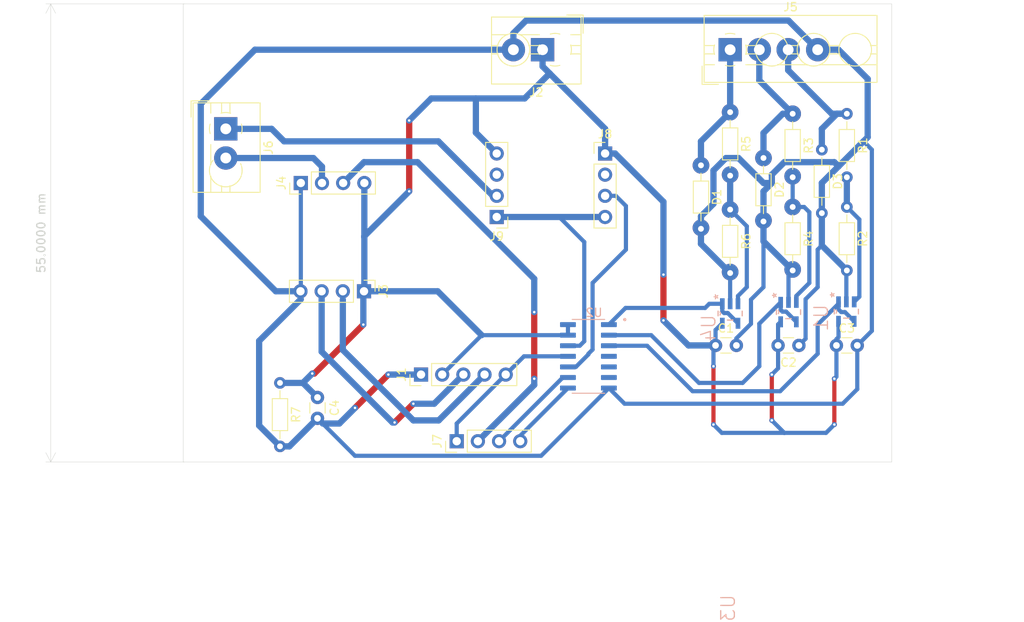
<source format=kicad_pcb>
(kicad_pcb (version 20240108) (generator "pcbnew") (generator_version "8.0")
  (layers (0 "F.Cu" signal) (31 "B.Cu" signal) (34 "B.Paste" user) (35 "F.Paste" user) (36 "B.SilkS" user "B.Silkscreen") (37 "F.SilkS" user "F.Silkscreen") (38 "B.Mask" user) (39 "F.Mask" user) (44 "Edge.Cuts" user))
  (net 0 "")
  (net 1 "Net-(D1-K)")
  (net 2 "Net-(D2-K)")
  (net 3 "GND")
  (net 4 "Net-(D3-K)")
  (net 5 "+3V3")
  (net 6 "Net-(J4-Pin_2)")
  (net 7 "Net-(J1-Pin_5)")
  (net 8 "Net-(J1-Pin_3)")
  (net 9 "Net-(J1-Pin_4)")
  (net 10 "Net-(J6-Pin_1)")
  (net 11 "Net-(U1-+IN)")
  (net 12 "Net-(U3-+IN)")
  (net 13 "Net-(U4-+IN)")
  (net 14 "Net-(J7-Pin_3)")
  (net 15 "Net-(U2-CH1)")
  (net 18 "Net-(U1--IN)")
  (net 20 "Net-(J7-Pin_4)")
  (net 21 "Net-(J8-Pin_3)")
  (net 22 "Net-(J4-Pin_3)")
  (net 25 "Net-(U2-CH0)")
  (footprint "Resistor_THT:R_Axial_DIN0204_L3.6mm_D1.6mm_P7.62mm_Horizontal" (layer "F.Cu") (at 163.5 58.69 -90)
    (property "Reference" "R1" (at 3.81 -1.92 90) (layer "F.SilkS"))
    (property "Value" "R")
    (pad "1" thru_hole circle (at 0 0 270) (size 1.4 1.4) (drill 0.7) (layers "*.Cu" "*.Mask") (net 4 "Net-(D3-K)"))
    (pad "2" thru_hole oval (at 7.62 0 270) (size 1.4 1.4) (drill 0.7) (layers "*.Cu" "*.Mask") (net 11 "Net-(U1-+IN)"))
  )
  (footprint "Capacitor_THT:C_Disc_D3.0mm_W1.6mm_P2.50mm" (layer "F.Cu") (at 100 92.75 -90)
    (property "Reference" "C4" (at 1.25 -2.05 90) (layer "F.SilkS"))
    (property "Value" "C")
    (pad "1" thru_hole circle (at 0 0 270) (size 1.6 1.6) (drill 0.8) (layers "*.Cu" "*.Mask") (net 5 "+3V3"))
    (pad "2" thru_hole circle (at 2.5 0 270) (size 1.6 1.6) (drill 0.8) (layers "*.Cu" "*.Mask") (net 3 "GND"))
  )
  (footprint "Connector_PinHeader_2.54mm:PinHeader_1x04_P2.54mm_Vertical" (layer "F.Cu") (at 116.7 98 90)
    (property "Reference" "J7" (at 0 -2.33 90) (layer "F.SilkS"))
    (property "Value" "Conn_01x04_MountingPin" (hide yes))
    (pad "1" thru_hole rect (at 0 0 90) (size 1.7 1.7) (drill 1) (layers "*.Cu" "*.Mask") (net 7 "Net-(J1-Pin_5)"))
    (pad "2" thru_hole oval (at 0 2.54 90) (size 1.7 1.7) (drill 1) (layers "*.Cu" "*.Mask") (net 22 "Net-(J4-Pin_3)"))
    (pad "3" thru_hole oval (at 0 5.08 90) (size 1.7 1.7) (drill 1) (layers "*.Cu" "*.Mask") (net 14 "Net-(J7-Pin_3)"))
    (pad "4" thru_hole oval (at 0 7.62 90) (size 1.7 1.7) (drill 1) (layers "*.Cu" "*.Mask") (net 20 "Net-(J7-Pin_4)"))
  )
  (footprint "Resistor_THT:R_Axial_DIN0204_L3.6mm_D1.6mm_P7.62mm_Horizontal" (layer "F.Cu") (at 157 58.69 -90)
    (property "Reference" "R3" (at 3.81 -1.92 90) (layer "F.SilkS"))
    (property "Value" "R")
    (pad "1" thru_hole circle (at 0 0 270) (size 2 2) (drill 0.7) (layers "*.Cu" "*.Mask") (net 2 "Net-(D2-K)"))
    (pad "2" thru_hole oval (at 7.62 0 270) (size 2 2) (drill 0.7 (offset -0.12 0)) (layers "*.Cu" "*.Mask") (net 12 "Net-(U3-+IN)"))
  )
  (footprint "TerminalBlock:TerminalBlock_MaiXu_MX126-5.0-04P_1x04_P5.00mm" (layer "F.Cu") (at 149.5 51)
    (property "Reference" "J5" (at 7.25 -5.12 0) (layer "F.SilkS"))
    (property "Value" "Conn_01x04_MountingPin")
    (pad "1" thru_hole rect (at 0 0) (size 2.8 2.8) (drill 1.3) (layers "*.Cu" "*.Mask") (net 1 "Net-(D1-K)"))
    (pad "2" thru_hole circle (at 3.5 0) (size 2.8 2.8) (drill 1.3) (layers "*.Cu" "*.Mask") (net 2 "Net-(D2-K)"))
    (pad "3" thru_hole circle (at 6.960805 -0.000052) (size 2.8 2.8) (drill 1.3) (layers "*.Cu" "*.Mask") (net 4 "Net-(D3-K)"))
    (pad "4" thru_hole circle (at 10.5 0) (size 2.8 2.8) (drill 1.3) (layers "*.Cu" "*.Mask") (net 3 "GND"))
  )
  (footprint "Resistor_THT:R_Axial_DIN0204_L3.6mm_D1.6mm_P7.62mm_Horizontal" (layer "F.Cu") (at 160.5 63 -90)
    (property "Reference" "D3" (at 3.81 -1.92 90) (layer "F.SilkS"))
    (property "Value" "D")
    (pad "1" thru_hole circle (at 0 0 270) (size 1.4 1.4) (drill 0.7) (layers "*.Cu" "*.Mask") (net 4 "Net-(D3-K)"))
    (pad "2" thru_hole oval (at 7.62 0 270) (size 1.4 1.4) (drill 0.7) (layers "*.Cu" "*.Mask") (net 3 "GND"))
  )
  (footprint "Resistor_THT:R_Axial_DIN0204_L3.6mm_D1.6mm_P7.62mm_Horizontal" (layer "F.Cu") (at 153.5 64 -90)
    (property "Reference" "D2" (at 3.81 -1.92 90) (layer "F.SilkS"))
    (property "Value" "D")
    (pad "1" thru_hole circle (at 0 0 270) (size 2 2) (drill 0.7) (layers "*.Cu" "*.Mask") (net 2 "Net-(D2-K)"))
    (pad "2" thru_hole oval (at 7.62 0 270) (size 2 2) (drill 0.7 (offset -0.12 0)) (layers "*.Cu" "*.Mask") (net 3 "GND"))
  )
  (footprint "Resistor_THT:R_Axial_DIN0204_L3.6mm_D1.6mm_P7.62mm_Horizontal" (layer "F.Cu") (at 157 69.88 -90)
    (property "Reference" "R4" (at 3.81 -1.92 90) (layer "F.SilkS"))
    (property "Value" "R")
    (pad "1" thru_hole circle (at 0 0 270) (size 2 2) (drill 0.7) (layers "*.Cu" "*.Mask") (net 12 "Net-(U3-+IN)"))
    (pad "2" thru_hole oval (at 7.62 0 270) (size 2 2) (drill 0.7 (offset -0.12 0)) (layers "*.Cu" "*.Mask") (net 3 "GND"))
  )
  (footprint "Connector_PinHeader_2.54mm:PinHeader_1x04_P2.54mm_Vertical" (layer "F.Cu") (at 105.58 80 -90)
    (property "Reference" "J3" (at 0 -2.33 90) (layer "F.SilkS"))
    (property "Value" "Conn_01x04_MountingPin")
    (pad "1" thru_hole rect (at 0 0 270) (size 1.7 1.7) (drill 1) (layers "*.Cu" "*.Mask") (net 5 "+3V3"))
    (pad "2" thru_hole oval (at 0 2.54 270) (size 1.7 1.7) (drill 1) (layers "*.Cu" "*.Mask") (net 9 "Net-(J1-Pin_4)"))
    (pad "3" thru_hole oval (at 0 5.08 270) (size 1.7 1.7) (drill 1) (layers "*.Cu" "*.Mask") (net 8 "Net-(J1-Pin_3)"))
    (pad "4" thru_hole oval (at 0 7.62 270) (size 1.7 1.7) (drill 1) (layers "*.Cu" "*.Mask") (net 3 "GND"))
  )
  (footprint "Resistor_THT:R_Axial_DIN0204_L3.6mm_D1.6mm_P7.62mm_Horizontal" (layer "F.Cu") (at 146 64.88 -90)
    (property "Reference" "D1" (at 3.81 -1.92 90) (layer "F.SilkS"))
    (property "Value" "D")
    (pad "1" thru_hole circle (at 0 0 270) (size 2 2) (drill 0.7) (layers "*.Cu" "*.Mask") (net 1 "Net-(D1-K)"))
    (pad "2" thru_hole oval (at 7.62 0 270) (size 2 2) (drill 0.7 (offset -0.12 0)) (layers "*.Cu" "*.Mask") (net 3 "GND"))
  )
  (footprint "TerminalBlock:TerminalBlock_MaiXu_MX126-5.0-02P_1x02_P5.00mm" (layer "F.Cu") (at 89 60.5 -90)
    (property "Reference" "J6" (at 2.25 -5.12 90) (layer "F.SilkS"))
    (property "Value" "Conn_01x02")
    (pad "1" thru_hole rect (at 0 0 270) (size 2.8 2.8) (drill 1.3) (layers "*.Cu" "*.Mask") (net 10 "Net-(J6-Pin_1)"))
    (pad "2" thru_hole circle (at 3.5 0 270) (size 2.8 2.8) (drill 1.3) (layers "*.Cu" "*.Mask") (net 6 "Net-(J4-Pin_2)"))
  )
  (footprint "Connector_PinHeader_2.54mm:PinHeader_1x04_P2.54mm_Vertical" (layer "F.Cu") (at 98 67 90)
    (property "Reference" "J4" (at 0 -2.33 90) (layer "F.SilkS"))
    (property "Value" "Conn_01x04_MountingPin" (hide yes))
    (pad "1" thru_hole rect (at 0 0 90) (size 1.7 1.7) (drill 1) (layers "*.Cu" "*.Mask") (net 3 "GND"))
    (pad "2" thru_hole oval (at 0 2.54 90) (size 1.7 1.7) (drill 1) (layers "*.Cu" "*.Mask") (net 6 "Net-(J4-Pin_2)"))
    (pad "3" thru_hole oval (at 0 5.08 90) (size 1.7 1.7) (drill 1) (layers "*.Cu" "*.Mask") (net 22 "Net-(J4-Pin_3)"))
    (pad "4" thru_hole oval (at 0 7.62 90) (size 1.7 1.7) (drill 1) (layers "*.Cu" "*.Mask") (net 5 "+3V3"))
  )
  (footprint "Connector_PinHeader_2.54mm:PinHeader_1x05_P2.54mm_Vertical" (layer "F.Cu") (at 112.42 90 90)
    (property "Reference" "J1" (at 0 -2.33 90) (layer "F.SilkS"))
    (property "Value" "Conn_01x05_MountingPin")
    (pad "1" thru_hole rect (at 0 0 90) (size 1.7 1.7) (drill 1) (layers "*.Cu" "*.Mask") (net 3 "GND"))
    (pad "2" thru_hole oval (at 0 2.54 90) (size 1.7 1.7) (drill 1) (layers "*.Cu" "*.Mask") (net 5 "+3V3"))
    (pad "3" thru_hole oval (at 0 5.08 90) (size 1.7 1.7) (drill 1) (layers "*.Cu" "*.Mask") (net 8 "Net-(J1-Pin_3)"))
    (pad "4" thru_hole oval (at 0 7.62 90) (size 1.7 1.7) (drill 1) (layers "*.Cu" "*.Mask") (net 9 "Net-(J1-Pin_4)"))
    (pad "5" thru_hole oval (at 0 10.16 90) (size 1.7 1.7) (drill 1) (layers "*.Cu" "*.Mask") (net 7 "Net-(J1-Pin_5)"))
  )
  (footprint "Capacitor_THT:C_Disc_D3.0mm_W1.6mm_P2.50mm" (layer "F.Cu") (at 162.25 86.5)
    (property "Reference" "C3" (at 1.25 -2.05 0) (layer "F.SilkS"))
    (property "Value" "C")
    (pad "1" thru_hole circle (at 0 0) (size 1.6 1.6) (drill 0.8) (layers "*.Cu" "*.Mask") (net 5 "+3V3"))
    (pad "2" thru_hole circle (at 2.5 0) (size 1.6 1.6) (drill 0.8) (layers "*.Cu" "*.Mask") (net 3 "GND"))
  )
  (footprint "Capacitor_THT:C_Disc_D3.0mm_W1.6mm_P2.50mm" (layer "F.Cu") (at 147.75 86.5)
    (property "Reference" "C1" (at 1.25 -2.05 0) (layer "F.SilkS"))
    (property "Value" "C")
    (pad "1" thru_hole circle (at 0 0) (size 1.6 1.6) (drill 0.8) (layers "*.Cu" "*.Mask") (net 5 "+3V3"))
    (pad "2" thru_hole circle (at 2.5 0) (size 1.6 1.6) (drill 0.8) (layers "*.Cu" "*.Mask") (net 3 "GND"))
  )
  (footprint "Capacitor_THT:C_Disc_D3.0mm_W1.6mm_P2.50mm" (layer "F.Cu") (at 157.75 86.5 180)
    (property "Reference" "C2" (at 1.25 -2.05 0) (layer "F.SilkS"))
    (property "Value" "C")
    (pad "1" thru_hole circle (at 0 0 180) (size 1.6 1.6) (drill 0.8) (layers "*.Cu" "*.Mask") (net 3 "GND"))
    (pad "2" thru_hole circle (at 2.5 0 180) (size 1.6 1.6) (drill 0.8) (layers "*.Cu" "*.Mask") (net 5 "+3V3"))
  )
  (footprint "Resistor_THT:R_Axial_DIN0204_L3.6mm_D1.6mm_P7.62mm_Horizontal" (layer "F.Cu") (at 149.5 58.5 -90)
    (property "Reference" "R5" (at 3.81 -1.92 90) (layer "F.SilkS"))
    (property "Value" "R")
    (pad "1" thru_hole circle (at 0 0 270) (size 2 2) (drill 0.7) (layers "*.Cu" "*.Mask") (net 1 "Net-(D1-K)"))
    (pad "2" thru_hole oval (at 7.62 0 270) (size 2 2) (drill 0.7 (offset -0.12 0)) (layers "*.Cu" "*.Mask") (net 13 "Net-(U4-+IN)"))
  )
  (footprint "Resistor_THT:R_Axial_DIN0204_L3.6mm_D1.6mm_P7.62mm_Horizontal" (layer "F.Cu") (at 149.5 70.19 -90)
    (property "Reference" "R6" (at 3.81 -1.92 90) (layer "F.SilkS"))
    (property "Value" "R")
    (pad "1" thru_hole circle (at 0 0 270) (size 2 2) (drill 0.7) (layers "*.Cu" "*.Mask") (net 13 "Net-(U4-+IN)"))
    (pad "2" thru_hole oval (at 7.62 0 270) (size 2 2) (drill 0.7 (offset -0.12 0)) (layers "*.Cu" "*.Mask") (net 3 "GND"))
  )
  (footprint "Resistor_THT:R_Axial_DIN0204_L3.6mm_D1.6mm_P7.62mm_Horizontal" (layer "F.Cu") (at 95.5 91 -90)
    (property "Reference" "R7" (at 3.81 -1.92 90) (layer "F.SilkS"))
    (property "Value" "R")
    (pad "1" thru_hole circle (at 0 0 270) (size 1.4 1.4) (drill 0.7) (layers "*.Cu" "*.Mask") (net 5 "+3V3"))
    (pad "2" thru_hole oval (at 7.62 0 270) (size 1.4 1.4) (drill 0.7) (layers "*.Cu" "*.Mask") (net 3 "GND"))
  )
  (footprint "Connector_PinHeader_2.54mm:PinHeader_1x04_P2.54mm_Vertical" (layer "F.Cu") (at 134.5 63.46)
    (property "Reference" "J8" (at 0 -2.33 0) (layer "F.SilkS"))
    (property "Value" "Conn_01x04_MountingPin")
    (pad "1" thru_hole rect (at 0 0) (size 1.7 1.7) (drill 1) (layers "*.Cu" "*.Mask") (net 5 "+3V3"))
    (pad "2" thru_hole oval (at 0 2.54) (size 1.7 1.7) (drill 1) (layers "*.Cu" "*.Mask"))
    (pad "3" thru_hole oval (at 0 5.08) (size 1.7 1.7) (drill 1) (layers "*.Cu" "*.Mask") (net 21 "Net-(J8-Pin_3)"))
    (pad "4" thru_hole oval (at 0 7.62) (size 1.7 1.7) (drill 1) (layers "*.Cu" "*.Mask") (net 3 "GND"))
  )
  (footprint "Connector_PinHeader_2.54mm:PinHeader_1x04_P2.54mm_Vertical" (layer "F.Cu") (at 121.5 71.08 180)
    (property "Reference" "J9" (at 0 -2.33 0) (layer "F.SilkS"))
    (property "Value" "Conn_01x04_MountingPin")
    (pad "1" thru_hole rect (at 0 0 180) (size 1.7 1.7) (drill 1) (layers "*.Cu" "*.Mask") (net 3 "GND"))
    (pad "2" thru_hole oval (at 0 2.54 180) (size 1.7 1.7) (drill 1) (layers "*.Cu" "*.Mask") (net 10 "Net-(J6-Pin_1)"))
    (pad "3" thru_hole oval (at 0 5.08 180) (size 1.7 1.7) (drill 1) (layers "*.Cu" "*.Mask"))
    (pad "4" thru_hole oval (at 0 7.62 180) (size 1.7 1.7) (drill 1) (layers "*.Cu" "*.Mask") (net 5 "+3V3"))
  )
  (footprint "Resistor_THT:R_Axial_DIN0204_L3.6mm_D1.6mm_P7.62mm_Horizontal" (layer "F.Cu") (at 163.5 69.88 -90)
    (property "Reference" "R2" (at 3.81 -1.92 90) (layer "F.SilkS"))
    (property "Value" "R")
    (pad "1" thru_hole circle (at 0 0 270) (size 1.4 1.4) (drill 0.7) (layers "*.Cu" "*.Mask") (net 11 "Net-(U1-+IN)"))
    (pad "2" thru_hole oval (at 7.62 0 270) (size 1.4 1.4) (drill 0.7) (layers "*.Cu" "*.Mask") (net 3 "GND"))
  )
  (footprint "TerminalBlock:TerminalBlock_MaiXu_MX126-5.0-02P_1x02_P5.00mm" (layer "F.Cu") (at 128.5 51 180)
    (property "Reference" "J2" (at 2.25 -5.12 0) (layer "F.SilkS"))
    (property "Value" "Conn_01x02")
    (pad "1" thru_hole rect (at 1.5 0 180) (size 2.8 2.8) (drill 1.3) (layers "*.Cu" "*.Mask") (net 5 "+3V3"))
    (pad "2" thru_hole circle (at 5 0 180) (size 2.8 2.8) (drill 1.3) (layers "*.Cu" "*.Mask") (net 3 "GND"))
  )
  (footprint "Library:AD3603" (layer "B.Cu") (at 149.5 82.6684 -90)
    (property "Reference" "U4" (at 1.7526 2.5814 90) (layer "B.SilkS") (effects (font (size 1.64 1.64)) (justify mirror)))
    (property "Value" "AD8603AUJZ-R2")
    (fp_text user "*" (at -2.0066 1.3716 90) (layer "B.SilkS") (effects (justify mirror)))
    (pad "1" smd rect (at -1.1684 0.9398 270) (size 1.3208 0.5588) (layers "B.Cu" "B.Paste" "B.Mask") (net 25 "Net-(U2-CH0)"))
    (pad "2" smd rect (at -1.1684 0 270) (size 1.3208 0.5588) (layers "B.Cu" "B.Paste" "B.Mask") (net 3 "GND"))
    (pad "3" smd rect (at -1.1684 -0.9398 270) (size 1.3208 0.5588) (layers "B.Cu" "B.Paste" "B.Mask") (net 13 "Net-(U4-+IN)"))
    (pad "4" smd rect (at 1.1684 -0.9398 270) (size 1.3208 0.5588) (layers "B.Cu" "B.Paste" "B.Mask") (net 25 "Net-(U2-CH0)"))
    (pad "5" smd rect (at 1.1684 0.9398 270) (size 1.3208 0.5588) (layers "B.Cu" "B.Paste" "B.Mask") (net 5 "+3V3"))
  )
  (footprint "Library:MCP3004 ISL" (layer "B.Cu") (at 132.5 87.81 180)
    (property "Reference" "U2" (at -0.675 5.242 0) (layer "B.SilkS") (effects (justify mirror)))
    (property "Value" "MCP3004-I_P")
    (pad "1" smd roundrect (at -2.455 3.81 180) (size 1.9 0.6) (layers "B.Cu" "B.Paste" "B.Mask") (roundrect_rratio 0.125) (net 25 "Net-(U2-CH0)"))
    (pad "2" smd roundrect (at -2.455 2.54 180) (size 1.9 0.6) (layers "B.Cu" "B.Paste" "B.Mask") (roundrect_rratio 0.125) (net 15 "Net-(U2-CH1)"))
    (pad "3" smd roundrect (at -2.455 1.27 180) (size 1.9 0.6) (layers "B.Cu" "B.Paste" "B.Mask") (roundrect_rratio 0.125) (net 18 "Net-(U1--IN)"))
    (pad "4" smd roundrect (at -2.455 0 180) (size 1.9 0.6) (layers "B.Cu" "B.Paste" "B.Mask") (roundrect_rratio 0.125))
    (pad "5" smd roundrect (at -2.455 -1.27 180) (size 1.9 0.6) (layers "B.Cu" "B.Paste" "B.Mask") (roundrect_rratio 0.125))
    (pad "6" smd roundrect (at -2.455 -2.54 180) (size 1.9 0.6) (layers "B.Cu" "B.Paste" "B.Mask") (roundrect_rratio 0.125))
    (pad "7" smd roundrect (at -2.455 -3.81 180) (size 1.9 0.6) (layers "B.Cu" "B.Paste" "B.Mask") (roundrect_rratio 0.125) (net 3 "GND"))
    (pad "8" smd roundrect (at 2.455 -3.81 180) (size 1.9 0.6) (layers "B.Cu" "B.Paste" "B.Mask") (roundrect_rratio 0.125) (net 20 "Net-(J7-Pin_4)"))
    (pad "9" smd roundrect (at 2.455 -2.54 180) (size 1.9 0.6) (layers "B.Cu" "B.Paste" "B.Mask") (roundrect_rratio 0.125) (net 14 "Net-(J7-Pin_3)"))
    (pad "10" smd roundrect (at 2.455 -1.27 180) (size 1.9 0.6) (layers "B.Cu" "B.Paste" "B.Mask") (roundrect_rratio 0.125) (net 21 "Net-(J8-Pin_3)"))
    (pad "11" smd roundrect (at 2.455 0 180) (size 1.9 0.6) (layers "B.Cu" "B.Paste" "B.Mask") (roundrect_rratio 0.125) (net 7 "Net-(J1-Pin_5)"))
    (pad "12" smd roundrect (at 2.455 1.27 180) (size 1.9 0.6) (layers "B.Cu" "B.Paste" "B.Mask") (roundrect_rratio 0.125) (net 3 "GND"))
    (pad "13" smd roundrect (at 2.455 2.54 180) (size 1.9 0.6) (layers "B.Cu" "B.Paste" "B.Mask") (roundrect_rratio 0.125) (net 5 "+3V3"))
    (pad "14" smd roundrect (at 2.455 3.81 180) (size 1.9 0.6) (layers "B.Cu" "B.Paste" "B.Mask") (roundrect_rratio 0.125) (net 5 "+3V3"))
  )
  (footprint "Library:AD3603" (layer "B.Cu") (at 156.5 82.5 -90)
    (property "Reference" "U3" (at 35.5252 7.2436 90) (layer "B.SilkS") (effects (font (size 1.64 1.64)) (justify mirror)))
    (property "Value" "AD8603AUJZ-R2")
    (fp_text user "*" (at -2.0066 1.3716 90) (layer "B.SilkS") (effects (justify mirror)))
    (pad "1" smd rect (at -1.1684 0.9398 270) (size 1.3208 0.5588) (layers "B.Cu" "B.Paste" "B.Mask") (net 15 "Net-(U2-CH1)"))
    (pad "2" smd rect (at -1.1684 0 270) (size 1.3208 0.5588) (layers "B.Cu" "B.Paste" "B.Mask") (net 3 "GND"))
    (pad "3" smd rect (at -1.1684 -0.9398 270) (size 1.3208 0.5588) (layers "B.Cu" "B.Paste" "B.Mask") (net 12 "Net-(U3-+IN)"))
    (pad "4" smd rect (at 1.1684 -0.9398 270) (size 1.3208 0.5588) (layers "B.Cu" "B.Paste" "B.Mask") (net 15 "Net-(U2-CH1)"))
    (pad "5" smd rect (at 1.1684 0.9398 270) (size 1.3208 0.5588) (layers "B.Cu" "B.Paste" "B.Mask") (net 5 "+3V3"))
  )
  (footprint "Library:AD3603" (layer "B.Cu") (at 163.4398 82.4398 -90)
    (property "Reference" "U1" (at 0.7526 3.0212 90) (layer "B.SilkS") (effects (font (size 1.64 1.64)) (justify mirror)))
    (property "Value" "AD8603AUJZ-R2")
    (fp_text user "*" (at -2.0066 1.3716 90) (layer "B.SilkS") (effects (justify mirror)))
    (pad "1" smd rect (at -1.1684 0.9398 270) (size 1.3208 0.5588) (layers "B.Cu" "B.Paste" "B.Mask") (net 18 "Net-(U1--IN)"))
    (pad "2" smd rect (at -1.1684 0 270) (size 1.3208 0.5588) (layers "B.Cu" "B.Paste" "B.Mask") (net 3 "GND"))
    (pad "3" smd rect (at -1.1684 -0.9398 270) (size 1.3208 0.5588) (layers "B.Cu" "B.Paste" "B.Mask") (net 11 "Net-(U1-+IN)"))
    (pad "4" smd rect (at 1.1684 -0.9398 270) (size 1.3208 0.5588) (layers "B.Cu" "B.Paste" "B.Mask") (net 18 "Net-(U1--IN)"))
    (pad "5" smd rect (at 1.1684 0.9398 270) (size 1.3208 0.5588) (layers "B.Cu" "B.Paste" "B.Mask") (net 5 "+3V3"))
  )
  (gr_rect (start 83.89 45.5) (end 168.89 100.5) (stroke (width 0.05)) (fill none) (layer "Edge.Cuts"))
  (dimension (type aligned) (layer "Edge.Cuts") (pts (xy 84.5 100.5) (xy 84.5 45.5)) (height -16.5) (gr_text "55,0000 mm" (at 66.85 73 90) (layer "Edge.Cuts") (effects (font (size 1 1) (thickness 0.15)))) (format (prefix "") (suffix "") (units 3) (units_format 1) (precision 4)) (style (thickness 0.05) (arrow_length 1.27) (text_position_mode 0) (extension_height 0.58642) (extension_offset 0.5) keep_text_aligned))
  (segment (start 149.5 58.5) (end 146 62) (width 0.75) (layer "B.Cu") (net 1))
  (segment (start 146 62) (end 146 64.88) (width 0.75) (layer "B.Cu") (net 1))
  (segment (start 149.5 51) (end 149.5 58.5) (width 0.75) (layer "B.Cu") (net 1))
  (segment (start 153 54.69) (end 157 58.69) (width 0.75) (layer "B.Cu") (net 2))
  (segment (start 153 51) (end 153 54.69) (width 0.75) (layer "B.Cu") (net 2))
  (segment (start 153.5 61) (end 153.5 64) (width 0.75) (layer "B.Cu") (net 2))
  (segment (start 155.81 58.69) (end 153.5 61) (width 0.75) (layer "B.Cu") (net 2))
  (segment (start 157 58.69) (end 155.81 58.69) (width 0.75) (layer "B.Cu") (net 2))
  (segment (start 108.5 90) (end 104.5 94) (width 0.75) (layer "F.Cu") (net 3))
  (via (at 108.5 90) (size 0.6) (drill 0.3) (layers "F.Cu" "B.Cu") (net 3))
  (via (at 104.5 94) (size 0.6) (drill 0.3) (layers "F.Cu" "B.Cu") (net 3))
  (segment (start 97.96 80) (end 97.96 79.54) (width 0.5) (layer "B.Cu") (net 3))
  (segment (start 104.5 99.75) (end 100.625 95.875) (width 0.5) (layer "B.Cu") (net 3))
  (segment (start 160 79.5) (end 160 75) (width 0.5) (layer "B.Cu") (net 3))
  (segment (start 154.503439 67.003439) (end 154.503439 65.996561) (width 0.75) (layer "B.Cu") (net 3))
  (segment (start 152 83.901851) (end 152 81) (width 0.5) (layer "B.Cu") (net 3))
  (segment (start 126.825 99.75) (end 104.5 99.75) (width 0.5) (layer "B.Cu") (net 3))
  (segment (start 162.5 65) (end 160.5 67) (width 0.75) (layer "B.Cu") (net 3))
  (segment (start 153.5 68.006877) (end 154.503439 67.003439) (width 0.75) (layer "B.Cu") (net 3))
  (segment (start 164.75 91.75) (end 164.75 86.5) (width 0.5) (layer "B.Cu") (net 3))
  (segment (start 147.5 65.5) (end 149 64) (width 0.75) (layer "B.Cu") (net 3))
  (segment (start 130.045 86.54) (end 131.46 86.54) (width 0.5) (layer "B.Cu") (net 3))
  (segment (start 163.4398 81.2714) (end 163.4398 77.5602) (width 0.5) (layer "B.Cu") (net 3))
  (segment (start 98 79.96) (end 97.96 80) (width 0.5) (layer "B.Cu") (net 3))
  (segment (start 132 74.08) (end 129 71.08) (width 0.5) (layer "B.Cu") (net 3))
  (segment (start 156.5 81.3316) (end 156.5 78) (width 0.5) (layer "B.Cu") (net 3))
  (segment (start 131.46 86.54) (end 132 86) (width 0.5) (layer "B.Cu") (net 3))
  (segment (start 158.549999 80.950001) (end 160 79.5) (width 0.5) (layer "B.Cu") (net 3))
  (segment (start 136.835 93.5) (end 163 93.5) (width 0.5) (layer "B.Cu") (net 3))
  (segment (start 134.955 91.62) (end 126.825 99.75) (width 0.5) (layer "B.Cu") (net 3))
  (segment (start 92.5 51) (end 86 57.5) (width 0.75) (layer "B.Cu") (net 3))
  (segment (start 163.4398 77.5602) (end 163.5 77.5) (width 0.5) (layer "B.Cu") (net 3))
  (segment (start 160.5 67) (end 160.5 70.62) (width 0.75) (layer "B.Cu") (net 3))
  (segment (start 162 64.5) (end 162.5 65) (width 0.75) (layer "B.Cu") (net 3))
  (segment (start 104.5 94) (end 102.625 95.875) (width 0.75) (layer "B.Cu") (net 3))
  (segment (start 123.5 49.020102) (end 125.020102 47.5) (width 0.75) (layer "B.Cu") (net 3))
  (segment (start 160.5 70.62) (end 160.5 74.5) (width 0.75) (layer "B.Cu") (net 3))
  (segment (start 153.503439 67.003439) (end 154.503439 67.003439) (width 0.75) (layer "B.Cu") (net 3))
  (segment (start 150.5 64) (end 153.503439 67.003439) (width 0.75) (layer "B.Cu") (net 3))
  (segment (start 160 51) (end 156.5 47.5) (width 0.75) (layer "B.Cu") (net 3))
  (segment (start 153.5 79.5) (end 153.5 74) (width 0.5) (layer "B.Cu") (net 3))
  (segment (start 86 57.5) (end 86 71) (width 0.75) (layer "B.Cu") (net 3))
  (segment (start 97.96 79.54) (end 98 79.5) (width 0.5) (layer "B.Cu") (net 3))
  (segment (start 150.25 86.5) (end 150.25 85.651851) (width 0.5) (layer "B.Cu") (net 3))
  (segment (start 165.5 62) (end 162.5 65) (width 0.75) (layer "B.Cu") (net 3))
  (segment (start 147.5 69.5) (end 147.5 65.5) (width 0.75) (layer "B.Cu") (net 3))
  (segment (start 98 80.96) (end 97.96 81) (width 0.75) (layer "B.Cu") (net 3))
  (segment (start 146 71) (end 147.5 69.5) (width 0.75) (layer "B.Cu") (net 3))
  (segment (start 156.5 78) (end 157 77.5) (width 0.5) (layer "B.Cu") (net 3))
  (segment (start 86 71) (end 95 80) (width 0.75) (layer "B.Cu") (net 3))
  (segment (start 95 80) (end 97.96 80) (width 0.75) (layer "B.Cu") (net 3))
  (segment (start 154.503439 65.996561) (end 156 64.5) (width 0.75) (layer "B.Cu") (net 3))
  (segment (start 146 72.5) (end 146 74.31) (width 0.75) (layer "B.Cu") (net 3))
  (segment (start 162.5 51) (end 166 54.5) (width 0.75) (layer "B.Cu") (net 3))
  (segment (start 160 75) (end 160.5 74.5) (width 0.5) (layer "B.Cu") (net 3))
  (segment (start 95.5 98.62) (end 96.63 98.62) (width 0.75) (layer "B.Cu") (net 3))
  (segment (start 96.63 98.62) (end 100 95.25) (width 0.75) (layer "B.Cu") (net 3))
  (segment (start 158.549999 85.700001) (end 158.549999 80.950001) (width 0.5) (layer "B.Cu") (net 3))
  (segment (start 160.5 74.5) (end 163.5 77.5) (width 0.75) (layer "B.Cu") (net 3))
  (segment (start 146 72.5) (end 146 71) (width 0.75) (layer "B.Cu") (net 3))
  (segment (start 153.5 74) (end 157 77.5) (width 0.75) (layer "B.Cu") (net 3))
  (segment (start 149.5 81.5) (end 149.5 77.81) (width 0.5) (layer "B.Cu") (net 3))
  (segment (start 166.5 63) (end 165.5 62) (width 0.5) (layer "B.Cu") (net 3))
  (segment (start 93 85.96) (end 93 96.12) (width 0.75) (layer "B.Cu") (net 3))
  (segment (start 150.25 85.651851) (end 152 83.901851) (width 0.5) (layer "B.Cu") (net 3))
  (segment (start 97.96 81) (end 93 85.96) (width 0.75) (layer "B.Cu") (net 3))
  (segment (start 97.96 80) (end 97.96 81) (width 0.5) (layer "B.Cu") (net 3))
  (segment (start 98 79.5) (end 98 67) (width 0.5) (layer "B.Cu") (net 3))
  (segment (start 123.5 51) (end 123.5 49.020102) (width 0.75) (layer "B.Cu") (net 3))
  (segment (start 100.625 95.875) (end 100 95.25) (width 0.5) (layer "B.Cu") (net 3))
  (segment (start 102.625 95.875) (end 100.625 95.875) (width 0.75) (layer "B.Cu") (net 3))
  (segment (start 153.5 71.62) (end 153.5 68.006877) (width 0.75) (layer "B.Cu") (net 3))
  (segment (start 146 74.31) (end 149.5 77.81) (width 0.75) (layer "B.Cu") (net 3))
  (segment (start 149 64) (end 150.5 64) (width 0.75) (layer "B.Cu") (net 3))
  (segment (start 134.955 91.62) (end 136.835 93.5) (width 0.5) (layer "B.Cu") (net 3))
  (segment (start 132 74.08) (end 132 86) (width 0.5) (layer "B.Cu") (net 3))
  (segment (start 121.5 71.08) (end 134.5 71.08) (width 0.75) (layer "B.Cu") (net 3))
  (segment (start 153.5 71.62) (end 153.5 74) (width 0.75) (layer "B.Cu") (net 3))
  (segment (start 166 61.5) (end 165.5 62) (width 0.75) (layer "B.Cu") (net 3))
  (segment (start 156 64.5) (end 162 64.5) (width 0.75) (layer "B.Cu") (net 3))
  (segment (start 123.5 51) (end 92.5 51) (width 0.75) (layer "B.Cu") (net 3))
  (segment (start 112.42 90) (end 108.5 90) (width 0.75) (layer "B.Cu") (net 3))
  (segment (start 97.96 67.04) (end 98 67) (width 0.5) (layer "B.Cu") (net 3))
  (segment (start 166.5 84.75) (end 166.5 63) (width 0.5) (layer "B.Cu") (net 3))
  (segment (start 156.5 47.5) (end 125.020102 47.5) (width 0.75) (layer "B.Cu") (net 3))
  (segment (start 152 81) (end 153.5 79.5) (width 0.5) (layer "B.Cu") (net 3))
  (segment (start 163 93.5) (end 164.75 91.75) (width 0.5) (layer "B.Cu") (net 3))
  (segment (start 164.75 86.5) (end 166.5 84.75) (width 0.5) (layer "B.Cu") (net 3))
  (segment (start 166 54.5) (end 166 61.5) (width 0.75) (layer "B.Cu") (net 3))
  (segment (start 157.75 86.5) (end 158.549999 85.700001) (width 0.5) (layer "B.Cu") (net 3))
  (segment (start 160 51) (end 162.5 51) (width 0.75) (layer "B.Cu") (net 3))
  (segment (start 93 96.12) (end 95.5 98.62) (width 0.75) (layer "B.Cu") (net 3))
  (segment (start 156.460805 50.999948) (end 156.460805 53.460805) (width 0.75) (layer "B.Cu") (net 4))
  (segment (start 156.460805 53.460805) (end 161.69 58.69) (width 0.75) (layer "B.Cu") (net 4))
  (segment (start 161.69 58.69) (end 163.5 58.69) (width 0.75) (layer "B.Cu") (net 4))
  (segment (start 162.31 58.69) (end 160.5 60.5) (width 0.75) (layer "B.Cu") (net 4))
  (segment (start 163.5 58.69) (end 162.31 58.69) (width 0.75) (layer "B.Cu") (net 4))
  (segment (start 160.5 60.5) (end 160.5 63) (width 0.75) (layer "B.Cu") (net 4))
  (segment (start 154.5 90) (end 154.5 95.5) (width 0.5) (layer "F.Cu") (net 5))
  (segment (start 141.5 78) (end 141.5 83.5) (width 0.75) (layer "F.Cu") (net 5))
  (segment (start 147.5 96) (end 147.5 89) (width 0.5) (layer "F.Cu") (net 5))
  (segment (start 99.375 89.875) (end 99.625 89.875) (width 0.75) (layer "F.Cu") (net 5))
  (segment (start 162 90.5) (end 162 96) (width 0.5) (layer "F.Cu") (net 5))
  (segment (start 99.625 89.875) (end 105.5 84) (width 0.75) (layer "F.Cu") (net 5))
  (segment (start 111 68) (end 111 59.5) (width 0.75) (layer "F.Cu") (net 5))
  (via (at 105.5 84) (size 0.6) (drill 0.3) (layers "F.Cu" "B.Cu") (net 5))
  (via (at 111 68) (size 0.6) (drill 0.3) (layers "F.Cu" "B.Cu") (net 5))
  (via (at 147.5 96) (size 0.6) (drill 0.3) (layers "F.Cu" "B.Cu") (net 5))
  (via (at 147.5 89) (size 0.6) (drill 0.3) (layers "F.Cu" "B.Cu") (net 5))
  (via (at 154.5 95.5) (size 0.6) (drill 0.3) (layers "F.Cu" "B.Cu") (net 5))
  (via (at 141.5 83.5) (size 0.6) (drill 0.3) (layers "F.Cu" "B.Cu") (net 5))
  (via (at 141.5 78) (size 0.6) (drill 0.3) (layers "F.Cu" "B.Cu") (net 5))
  (via (at 162 96) (size 0.6) (drill 0.3) (layers "F.Cu" "B.Cu") (net 5))
  (via (at 162 90.5) (size 0.6) (drill 0.3) (layers "F.Cu" "B.Cu") (net 5))
  (via (at 154.5 90) (size 0.6) (drill 0.3) (layers "F.Cu" "B.Cu") (net 5))
  (via (at 111 59.5) (size 0.6) (drill 0.3) (layers "F.Cu" "B.Cu") (net 5))
  (via (at 99.375 89.875) (size 0.6) (drill 0.3) (layers "F.Cu" "B.Cu") (net 5))
  (segment (start 105.62 73.5) (end 105.62 73.38) (width 0.75) (layer "B.Cu") (net 5))
  (segment (start 105.62 73.5) (end 105.62 79.96) (width 0.75) (layer "B.Cu") (net 5))
  (segment (start 114.42 80) (end 105.58 80) (width 0.75) (layer "B.Cu") (net 5))
  (segment (start 148.5 97) (end 156 97) (width 0.5) (layer "B.Cu") (net 5))
  (segment (start 155.25 83.9786) (end 155.5602 83.6684) (width 0.5) (layer "B.Cu") (net 5))
  (segment (start 134.5 60.5) (end 134.5 63.46) (width 0.75) (layer "B.Cu") (net 5))
  (segment (start 162.5 85.5) (end 162.25 85.75) (width 0.5) (layer "B.Cu") (net 5))
  (segment (start 162 90.5) (end 162.25 90.25) (width 0.5) (layer "B.Cu") (net 5))
  (segment (start 141.5 83.5) (end 144.5 86.5) (width 0.75) (layer "B.Cu") (net 5))
  (segment (start 147.5 96) (end 148.5 97) (width 0.5) (layer "B.Cu") (net 5))
  (segment (start 105.62 73.38) (end 111 68) (width 0.75) (layer "B.Cu") (net 5))
  (segment (start 105.62 67) (end 105.62 73.5) (width 0.75) (layer "B.Cu") (net 5))
  (segment (start 127.85 53.85) (end 134.5 60.5) (width 0.75) (layer "B.Cu") (net 5))
  (segment (start 156 97) (end 161 97) (width 0.5) (layer "B.Cu") (net 5))
  (segment (start 99.375 89.875) (end 98.25 91) (width 0.75) (layer "B.Cu") (net 5))
  (segment (start 105.5 80.08) (end 105.58 80) (width 0.75) (layer "B.Cu") (net 5))
  (segment (start 111 59.5) (end 113.65 56.85) (width 0.75) (layer "B.Cu") (net 5))
  (segment (start 162.25 90.25) (end 162.25 86.5) (width 0.5) (layer "B.Cu") (net 5))
  (segment (start 119 56.85) (end 119 60.96) (width 0.75) (layer "B.Cu") (net 5))
  (segment (start 141.5 69.26) (end 141.5 78) (width 0.75) (layer "B.Cu") (net 5))
  (segment (start 130.045 85.27) (end 130.045 84) (width 0.5) (layer "B.Cu") (net 5))
  (segment (start 113.65 56.85) (end 119 56.85) (width 0.75) (layer "B.Cu") (net 5))
  (segment (start 127 53) (end 127.85 53.85) (width 0.75) (layer "B.Cu") (net 5))
  (segment (start 147.5 89) (end 147.5 86.75) (width 0.5) (layer "B.Cu") (net 5))
  (segment (start 147.5 86.75) (end 147.75 86.5) (width 0.5) (layer "B.Cu") (net 5))
  (segment (start 144.5 86.5) (end 147.75 86.5) (width 0.75) (layer "B.Cu") (net 5))
  (segment (start 119.69 85.27) (end 114.42 80) (width 0.75) (layer "B.Cu") (net 5))
  (segment (start 95.5 91) (end 98.25 91) (width 0.75) (layer "B.Cu") (net 5))
  (segment (start 98.25 91) (end 100 92.75) (width 0.75) (layer "B.Cu") (net 5))
  (segment (start 161 97) (end 162 96) (width 0.5) (layer "B.Cu") (net 5))
  (segment (start 127 51) (end 127 53) (width 0.75) (layer "B.Cu") (net 5))
  (segment (start 119 56.85) (end 124.85 56.85) (width 0.75) (layer "B.Cu") (net 5))
  (segment (start 105.5 84) (end 105.5 80.08) (width 0.75) (layer "B.Cu") (net 5))
  (segment (start 114.96 90) (end 119.69 85.27) (width 0.5) (layer "B.Cu") (net 5))
  (segment (start 155.25 86.5) (end 155.25 89.25) (width 0.5) (layer "B.Cu") (net 5))
  (segment (start 119 60.96) (end 121.5 63.46) (width 0.75) (layer "B.Cu") (net 5))
  (segment (start 155.25 86.5) (end 155.25 83.9786) (width 0.5) (layer "B.Cu") (net 5))
  (segment (start 124.85 56.85) (end 127.85 53.85) (width 0.75) (layer "B.Cu") (net 5))
  (segment (start 154.5 95.5) (end 156 97) (width 0.5) (layer "B.Cu") (net 5))
  (segment (start 162.25 86.5) (end 162.25 85.75) (width 0.5) (layer "B.Cu") (net 5))
  (segment (start 105.62 79.96) (end 105.58 80) (width 0.75) (layer "B.Cu") (net 5))
  (segment (start 134.5 63.46) (end 135.7 63.46) (width 0.75) (layer "B.Cu") (net 5))
  (segment (start 162.5 85.5) (end 162.5 83.6082) (width 0.5) (layer "B.Cu") (net 5))
  (segment (start 119.69 85.27) (end 130.045 85.27) (width 0.5) (layer "B.Cu") (net 5))
  (segment (start 147.75 84.647) (end 148.5602 83.8368) (width 0.5) (layer "B.Cu") (net 5))
  (segment (start 135.7 63.46) (end 141.5 69.26) (width 0.75) (layer "B.Cu") (net 5))
  (segment (start 155.25 89.25) (end 154.5 90) (width 0.5) (layer "B.Cu") (net 5))
  (segment (start 147.75 86.5) (end 147.75 84.647) (width 0.5) (layer "B.Cu") (net 5))
  (segment (start 99.5 64) (end 89 64) (width 0.75) (layer "B.Cu") (net 6))
  (segment (start 100.54 65.04) (end 99.5 64) (width 0.75) (layer "B.Cu") (net 6))
  (segment (start 100.54 65.04) (end 100.54 67) (width 0.75) (layer "B.Cu") (net 6))
  (segment (start 122.58 90) (end 124.77 87.81) (width 0.5) (layer "B.Cu") (net 7))
  (segment (start 124.77 87.81) (end 130.045 87.81) (width 0.5) (layer "B.Cu") (net 7))
  (segment (start 116.7 95.88) (end 122.58 90) (width 0.5) (layer "B.Cu") (net 7))
  (segment (start 116.7 98) (end 116.7 95.88) (width 0.5) (layer "B.Cu") (net 7))
  (segment (start 111.5 93.5) (end 109.25 95.75) (width 0.75) (layer "F.Cu") (net 8))
  (via (at 111.5 93.5) (size 0.6) (drill 0.3) (layers "F.Cu" "B.Cu") (net 8))
  (via (at 109.25 95.75) (size 0.6) (drill 0.3) (layers "F.Cu" "B.Cu") (net 8))
  (segment (start 111.5 93.5) (end 114 93.5) (width 0.75) (layer "B.Cu") (net 8))
  (segment (start 100.5 87.25) (end 100.5 80) (width 0.75) (layer "B.Cu") (net 8))
  (segment (start 109.25 95.75) (end 109 95.75) (width 0.75) (layer "B.Cu") (net 8))
  (segment (start 114 93.5) (end 117.5 90) (width 0.75) (layer "B.Cu") (net 8))
  (segment (start 109 95.75) (end 100.5 87.25) (width 0.75) (layer "B.Cu") (net 8))
  (segment (start 120.04 90) (end 114.54 95.5) (width 0.75) (layer "B.Cu") (net 9))
  (segment (start 103.04 80) (end 103.04 81) (width 0.5) (layer "B.Cu") (net 9))
  (segment (start 114.54 95.5) (end 111.5 95.5) (width 0.75) (layer "B.Cu") (net 9))
  (segment (start 103.04 87.04) (end 103.04 81) (width 0.75) (layer "B.Cu") (net 9))
  (segment (start 111.5 95.5) (end 103.04 87.04) (width 0.75) (layer "B.Cu") (net 9))
  (segment (start 121.04 68.54) (end 121.5 68.54) (width 0.75) (layer "B.Cu") (net 10))
  (segment (start 89 60.5) (end 94.5 60.5) (width 0.75) (layer "B.Cu") (net 10))
  (segment (start 114.5 62) (end 121.04 68.54) (width 0.75) (layer "B.Cu") (net 10))
  (segment (start 94.5 60.5) (end 96 62) (width 0.75) (layer "B.Cu") (net 10))
  (segment (start 96 62) (end 114.5 62) (width 0.75) (layer "B.Cu") (net 10))
  (segment (start 165 80.651) (end 165 71.38) (width 0.5) (layer "B.Cu") (net 11))
  (segment (start 165 71.38) (end 163.5 69.88) (width 0.5) (layer "B.Cu") (net 11))
  (segment (start 163.5 66.31) (end 163.5 69.88) (width 0.75) (layer "B.Cu") (net 11))
  (segment (start 164.3796 81.2714) (end 165 80.651) (width 0.5) (layer "B.Cu") (net 11))
  (segment (start 157.4398 81.3316) (end 157.4398 80.5602) (width 0.5) (layer "B.Cu") (net 12))
  (segment (start 157.4398 80.5602) (end 159 79) (width 0.5) (layer "B.Cu") (net 12))
  (segment (start 157 66.31) (end 157 69.88) (width 0.5) (layer "B.Cu") (net 12))
  (segment (start 158.38 69.88) (end 157 69.88) (width 0.5) (layer "B.Cu") (net 12))
  (segment (start 159 79) (end 159 70.5) (width 0.5) (layer "B.Cu") (net 12))
  (segment (start 159 70.5) (end 158.38 69.88) (width 0.5) (layer "B.Cu") (net 12))
  (segment (start 151.5 72.19) (end 149.5 70.19) (width 0.5) (layer "B.Cu") (net 13))
  (segment (start 150.4398 80.5602) (end 151.5 79.5) (width 0.5) (layer "B.Cu") (net 13))
  (segment (start 149.5 66.12) (end 149.5 70.19) (width 0.75) (layer "B.Cu") (net 13))
  (segment (start 151.5 79.5) (end 151.5 72.19) (width 0.5) (layer "B.Cu") (net 13))
  (segment (start 150.4398 81.5) (end 150.4398 80.5602) (width 0.5) (layer "B.Cu") (net 13))
  (segment (start 129.43 90.35) (end 121.78 98) (width 0.5) (layer "B.Cu") (net 14))
  (segment (start 130.045 90.35) (end 129.43 90.35) (width 0.5) (layer "B.Cu") (net 14))
  (segment (start 155.7706 82.442) (end 156.2134 82.442) (width 0.5) (layer "B.Cu") (net 15))
  (segment (start 145.76 91) (end 140.03 85.27) (width 0.5) (layer "B.Cu") (net 15))
  (segment (start 156.2134 82.442) (end 157.4398 83.6684) (width 0.5) (layer "B.Cu") (net 15))
  (segment (start 140.03 85.27) (end 134.955 85.27) (width 0.5) (layer "B.Cu") (net 15))
  (segment (start 155.5602 81.3316) (end 155.5602 82.2316) (width 0.5) (layer "B.Cu") (net 15))
  (segment (start 155.5602 82.2316) (end 155.7706 82.442) (width 0.5) (layer "B.Cu") (net 15))
  (segment (start 153 89) (end 151 91) (width 0.5) (layer "B.Cu") (net 15))
  (segment (start 151 91) (end 145.76 91) (width 0.5) (layer "B.Cu") (net 15))
  (segment (start 155.5602 81.3316) (end 153 83.8918) (width 0.5) (layer "B.Cu") (net 15))
  (segment (start 153 83.8918) (end 153 89) (width 0.5) (layer "B.Cu") (net 15))
  (segment (start 160 84) (end 162.5 81.5) (width 0.5) (layer "B.Cu") (net 18))
  (segment (start 162.5 81.5) (end 162.5 81.2714) (width 0.5) (layer "B.Cu") (net 18))
  (segment (start 134.955 86.54) (end 139.54 86.54) (width 0.5) (layer "B.Cu") (net 18))
  (segment (start 162.8286 82.5) (end 163.2714 82.5) (width 0.5) (layer "B.Cu") (net 18))
  (segment (start 163.2714 82.5) (end 164.3796 83.6082) (width 0.5) (layer "B.Cu") (net 18))
  (segment (start 145 92) (end 155.5 92) (width 0.5) (layer "B.Cu") (net 18))
  (segment (start 160 87.5) (end 160 84) (width 0.5) (layer "B.Cu") (net 18))
  (segment (start 155.5 92) (end 160 87.5) (width 0.5) (layer "B.Cu") (net 18))
  (segment (start 162.5 82.1714) (end 162.8286 82.5) (width 0.5) (layer "B.Cu") (net 18))
  (segment (start 162.5 81.2714) (end 162.5 82.1714) (width 0.5) (layer "B.Cu") (net 18))
  (segment (start 139.54 86.54) (end 145 92) (width 0.5) (layer "B.Cu") (net 18))
  (segment (start 130.045 91.62) (end 124.32 97.345) (width 0.5) (layer "B.Cu") (net 20))
  (segment (start 124.32 97.345) (end 124.32 98) (width 0.5) (layer "B.Cu") (net 20))
  (segment (start 132.5 87.5) (end 132.5 87.574999) (width 0.5) (layer "B.Cu") (net 21))
  (segment (start 137 75) (end 133 79) (width 0.5) (layer "B.Cu") (net 21))
  (segment (start 133 79) (end 133 87) (width 0.5) (layer "B.Cu") (net 21))
  (segment (start 134.5 68.54) (end 135.78 68.54) (width 0.5) (layer "B.Cu") (net 21))
  (segment (start 135.78 68.54) (end 137 69.76) (width 0.5) (layer "B.Cu") (net 21))
  (segment (start 137 75) (end 137 69.76) (width 0.5) (layer "B.Cu") (net 21))
  (segment (start 130.994999 89.08) (end 130.045 89.08) (width 0.5) (layer "B.Cu") (net 21))
  (segment (start 133 87) (end 132.5 87.5) (width 0.5) (layer "B.Cu") (net 21))
  (segment (start 132.5 87.574999) (end 130.994999 89.08) (width 0.5) (layer "B.Cu") (net 21))
  (segment (start 126 90.5) (end 126 82.5) (width 0.75) (layer "F.Cu") (net 22))
  (via (at 126 90.5) (size 0.6) (drill 0.3) (layers "F.Cu" "B.Cu") (net 22))
  (via (at 126 82.5) (size 0.6) (drill 0.3) (layers "F.Cu" "B.Cu") (net 22))
  (segment (start 112 64.5) (end 105.58 64.5) (width 0.75) (layer "B.Cu") (net 22))
  (segment (start 119.24 98) (end 126 91.24) (width 0.75) (layer "B.Cu") (net 22))
  (segment (start 105.58 64.5) (end 103.08 67) (width 0.75) (layer "B.Cu") (net 22))
  (segment (start 126 82.5) (end 126 78.5) (width 0.75) (layer "B.Cu") (net 22))
  (segment (start 126 78.5) (end 112 64.5) (width 0.75) (layer "B.Cu") (net 22))
  (segment (start 126 91.24) (end 126 90.5) (width 0.75) (layer "B.Cu") (net 22))
  (segment (start 150.4398 83.8368) (end 149.2134 82.6104) (width 0.5) (layer "B.Cu") (net 25))
  (segment (start 136.955 82) (end 146.5 82) (width 0.5) (layer "B.Cu") (net 25))
  (segment (start 148.5602 82.4) (end 148.5602 81.5) (width 0.5) (layer "B.Cu") (net 25))
  (segment (start 147 81.5) (end 148.5602 81.5) (width 0.5) (layer "B.Cu") (net 25))
  (segment (start 149.2134 82.6104) (end 148.7706 82.6104) (width 0.5) (layer "B.Cu") (net 25))
  (segment (start 146.5 82) (end 147 81.5) (width 0.5) (layer "B.Cu") (net 25))
  (segment (start 148.7706 82.6104) (end 148.5602 82.4) (width 0.5) (layer "B.Cu") (net 25))
  (segment (start 134.955 84) (end 136.955 82) (width 0.5) (layer "B.Cu") (net 25))
)
</source>
